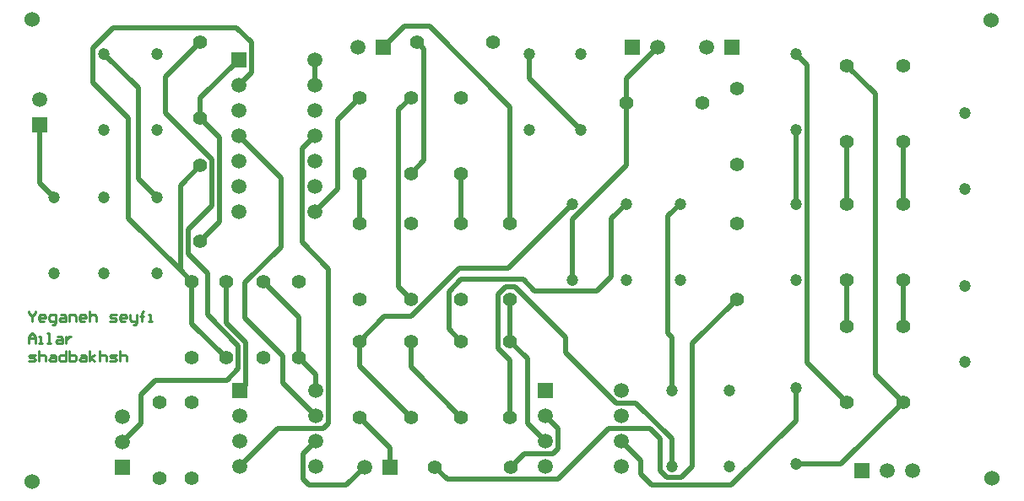
<source format=gtl>
G04*
G04 #@! TF.GenerationSoftware,Altium Limited,Altium Designer,22.6.1 (34)*
G04*
G04 Layer_Physical_Order=1*
G04 Layer_Color=255*
%FSLAX23Y23*%
%MOIN*%
G70*
G04*
G04 #@! TF.SameCoordinates,C87C71DA-0ECB-4DA1-9284-8B4E43F81947*
G04*
G04*
G04 #@! TF.FilePolarity,Positive*
G04*
G01*
G75*
%ADD11C,0.010*%
%ADD20C,0.020*%
%ADD21C,0.059*%
%ADD22R,0.059X0.059*%
%ADD23C,0.055*%
%ADD24C,0.059*%
%ADD25R,0.059X0.059*%
%ADD26C,0.047*%
%ADD27R,0.059X0.059*%
%ADD28C,0.060*%
D11*
X60Y742D02*
Y735D01*
X73Y722D01*
X87Y735D01*
Y742D01*
X73Y722D02*
Y702D01*
X120D02*
X107D01*
X100Y709D01*
Y722D01*
X107Y729D01*
X120D01*
X127Y722D01*
Y715D01*
X100D01*
X153Y689D02*
X160D01*
X167Y695D01*
Y729D01*
X147D01*
X140Y722D01*
Y709D01*
X147Y702D01*
X167D01*
X187Y729D02*
X200D01*
X207Y722D01*
Y702D01*
X187D01*
X180Y709D01*
X187Y715D01*
X207D01*
X220Y702D02*
Y729D01*
X240D01*
X247Y722D01*
Y702D01*
X280D02*
X267D01*
X260Y709D01*
Y722D01*
X267Y729D01*
X280D01*
X287Y722D01*
Y715D01*
X260D01*
X300Y742D02*
Y702D01*
Y722D01*
X307Y729D01*
X320D01*
X327Y722D01*
Y702D01*
X380D02*
X400D01*
X407Y709D01*
X400Y715D01*
X387D01*
X380Y722D01*
X387Y729D01*
X407D01*
X440Y702D02*
X427D01*
X420Y709D01*
Y722D01*
X427Y729D01*
X440D01*
X447Y722D01*
Y715D01*
X420D01*
X460Y729D02*
Y709D01*
X467Y702D01*
X487D01*
Y695D01*
X480Y689D01*
X473D01*
X487Y702D02*
Y729D01*
X507Y702D02*
Y735D01*
Y722D01*
X500D01*
X513D01*
X507D01*
Y735D01*
X513Y742D01*
X533Y702D02*
X547D01*
X540D01*
Y729D01*
X533D01*
X60Y617D02*
Y643D01*
X73Y657D01*
X87Y643D01*
Y617D01*
Y637D01*
X60D01*
X100Y617D02*
X113D01*
X107D01*
Y643D01*
X100D01*
X133Y617D02*
X147D01*
X140D01*
Y657D01*
X133D01*
X173Y643D02*
X187D01*
X193Y637D01*
Y617D01*
X173D01*
X167Y623D01*
X173Y630D01*
X193D01*
X207Y643D02*
Y617D01*
Y630D01*
X213Y637D01*
X220Y643D01*
X227D01*
X60Y545D02*
X80D01*
X87Y551D01*
X80Y558D01*
X67D01*
X60Y565D01*
X67Y571D01*
X87D01*
X100Y585D02*
Y545D01*
Y565D01*
X107Y571D01*
X120D01*
X127Y565D01*
Y545D01*
X147Y571D02*
X160D01*
X167Y565D01*
Y545D01*
X147D01*
X140Y551D01*
X147Y558D01*
X167D01*
X207Y585D02*
Y545D01*
X187D01*
X180Y551D01*
Y565D01*
X187Y571D01*
X207D01*
X220Y585D02*
Y545D01*
X240D01*
X247Y551D01*
Y558D01*
Y565D01*
X240Y571D01*
X220D01*
X267D02*
X280D01*
X287Y565D01*
Y545D01*
X267D01*
X260Y551D01*
X267Y558D01*
X287D01*
X300Y545D02*
Y585D01*
Y558D02*
X320Y571D01*
X300Y558D02*
X320Y545D01*
X340Y585D02*
Y545D01*
Y565D01*
X347Y571D01*
X360D01*
X367Y565D01*
Y545D01*
X380D02*
X400D01*
X407Y551D01*
X400Y558D01*
X387D01*
X380Y565D01*
X387Y571D01*
X407D01*
X420Y585D02*
Y545D01*
Y565D01*
X427Y571D01*
X440D01*
X447Y565D01*
Y545D01*
D20*
X1718Y821D02*
X1766Y869D01*
X1913Y811D02*
X1941Y839D01*
X1913Y596D02*
Y811D01*
Y596D02*
X1960Y548D01*
X2599Y130D02*
Y238D01*
X1960Y323D02*
Y548D01*
X2456Y380D02*
X2599Y238D01*
X2303Y823D02*
X2360Y881D01*
X2378Y380D02*
X2456D01*
X2360Y881D02*
Y1108D01*
X1766Y869D02*
X2012D01*
X1980Y839D02*
X2180Y639D01*
X2057Y823D02*
X2303D01*
X2180Y579D02*
X2378Y380D01*
X1941Y839D02*
X1980D01*
X2012Y869D02*
X2057Y823D01*
X2180Y579D02*
Y639D01*
X2029Y300D02*
Y555D01*
X3266Y138D02*
X3511Y382D01*
X2029Y300D02*
X2099Y230D01*
X3088Y138D02*
X3266D01*
X1960Y623D02*
X2029Y555D01*
X2349Y280D02*
X2514D01*
X2554Y240D01*
X2148Y79D02*
X2349Y280D01*
X2475Y101D02*
Y153D01*
X2520Y56D02*
X2833D01*
X2475Y101D02*
X2520Y56D01*
X1711Y79D02*
X2148D01*
X2399Y230D02*
X2475Y153D01*
X1663Y127D02*
X1711Y79D01*
X2129Y180D02*
X2149Y200D01*
X1963Y127D02*
X2015Y180D01*
X2149Y200D02*
Y280D01*
X2015Y180D02*
X2129D01*
X1188Y1637D02*
Y1737D01*
X3511Y682D02*
Y867D01*
X3290Y1167D02*
Y1412D01*
Y682D02*
Y867D01*
X3511Y1167D02*
Y1412D01*
X1960Y623D02*
Y791D01*
X1365Y1091D02*
Y1287D01*
X1766Y1091D02*
Y1287D01*
X3088Y1167D02*
Y1460D01*
X704Y694D02*
Y859D01*
Y694D02*
X840Y559D01*
X736Y1018D02*
X813Y1096D01*
Y1430D01*
X736Y1507D02*
X813Y1430D01*
X1064Y458D02*
X1192Y330D01*
X1064Y458D02*
Y565D01*
X913Y716D02*
X1064Y565D01*
X913Y716D02*
Y855D01*
X1055Y997D01*
Y1270D01*
X888Y1437D02*
X1055Y1270D01*
X1126Y559D02*
X1192Y493D01*
Y430D02*
Y493D01*
X1278Y1501D02*
X1365Y1587D01*
X1278Y1227D02*
Y1501D01*
X1188Y1137D02*
X1278Y1227D01*
X2419Y1566D02*
Y1662D01*
X2542Y1785D01*
X1485Y127D02*
Y203D01*
X1365Y323D02*
X1485Y203D01*
X736Y1507D02*
Y1585D01*
X888Y1737D01*
X2099Y330D02*
X2149Y280D01*
X658Y1241D02*
X736Y1318D01*
X658Y905D02*
Y1241D01*
X986Y859D02*
X1126Y719D01*
Y559D02*
Y719D01*
X888Y1637D02*
X938Y1687D01*
Y1805D01*
X880Y1863D02*
X938Y1805D01*
X392Y1863D02*
X880D01*
X313Y1784D02*
X392Y1863D01*
X313Y1647D02*
Y1784D01*
Y1647D02*
X453Y1507D01*
Y1110D02*
Y1507D01*
X892Y130D02*
X1042Y280D01*
X1222D01*
X1242Y300D01*
Y911D01*
X1138Y1015D02*
X1242Y911D01*
X1138Y1015D02*
Y1387D01*
X1188Y1437D01*
X1718Y672D02*
X1766Y623D01*
X1718Y672D02*
Y821D01*
X2360Y1108D02*
X2419Y1167D01*
X2206Y867D02*
Y1105D01*
X2419Y1318D01*
Y1566D01*
X1142Y180D02*
X1192Y230D01*
X1142Y80D02*
Y180D01*
Y80D02*
X1167Y55D01*
X1312D01*
X1385Y127D01*
X3088Y311D02*
Y438D01*
X2833Y56D02*
X3088Y311D01*
X1953Y914D02*
X2206Y1167D01*
X1760Y914D02*
X1953D01*
X1568Y722D02*
X1760Y914D01*
X1463Y722D02*
X1568D01*
X1365Y623D02*
X1463Y722D01*
X1960Y1091D02*
Y1550D01*
X1642Y1868D02*
X1960Y1550D01*
X1543Y1868D02*
X1642D01*
X1460Y1785D02*
X1543Y1868D01*
X357Y1760D02*
X491Y1626D01*
Y1266D02*
Y1626D01*
Y1266D02*
X565Y1192D01*
X102Y1249D02*
X159Y1192D01*
X102Y1249D02*
Y1480D01*
X2584Y1119D02*
X2632Y1167D01*
X2584Y656D02*
Y1119D01*
Y656D02*
X2599Y641D01*
Y430D02*
Y641D01*
X600Y1671D02*
X736Y1807D01*
X600Y1526D02*
Y1671D01*
Y1526D02*
X783Y1343D01*
Y1161D02*
Y1343D01*
X688Y1066D02*
X783Y1161D01*
X688Y971D02*
Y1066D01*
Y971D02*
X765Y894D01*
Y728D02*
Y894D01*
Y728D02*
X887Y606D01*
Y516D02*
Y606D01*
X842Y471D02*
X887Y516D01*
X560Y471D02*
X842D01*
X503Y414D02*
X560Y471D01*
X503Y301D02*
Y414D01*
X429Y227D02*
X503Y301D01*
X840Y696D02*
Y859D01*
Y696D02*
X917Y619D01*
Y449D02*
Y619D01*
X892Y430D02*
Y449D01*
X1520Y1539D02*
X1568Y1587D01*
X1520Y839D02*
Y1539D01*
Y839D02*
X1568Y791D01*
X2554Y112D02*
Y240D01*
Y112D02*
X2580Y86D01*
X2636D01*
X2680Y130D01*
Y616D01*
X2855Y791D01*
X1568Y522D02*
X1766Y323D01*
X1568Y522D02*
Y623D01*
X1593Y1805D02*
X1620Y1778D01*
Y1339D02*
Y1778D01*
X1568Y1287D02*
X1620Y1339D01*
X3401Y492D02*
X3511Y382D01*
X3401Y492D02*
Y1602D01*
X3290Y1712D02*
X3401Y1602D01*
X3132Y541D02*
X3290Y382D01*
X3132Y541D02*
Y1716D01*
X3088Y1760D02*
X3132Y1716D01*
X2036Y1663D02*
X2239Y1460D01*
X2036Y1663D02*
Y1760D01*
X1365Y527D02*
X1568Y323D01*
X1365Y527D02*
Y623D01*
X892Y449D02*
X917D01*
X453Y1110D02*
X658Y905D01*
X704Y859D01*
D21*
X2399Y130D02*
D03*
Y230D02*
D03*
Y330D02*
D03*
Y430D02*
D03*
X2099Y130D02*
D03*
Y230D02*
D03*
Y330D02*
D03*
X1188Y1637D02*
D03*
X888D02*
D03*
Y1537D02*
D03*
Y1437D02*
D03*
Y1337D02*
D03*
Y1237D02*
D03*
Y1137D02*
D03*
X1188Y1737D02*
D03*
Y1537D02*
D03*
Y1437D02*
D03*
Y1137D02*
D03*
Y1337D02*
D03*
Y1237D02*
D03*
X892Y130D02*
D03*
X1192Y330D02*
D03*
Y130D02*
D03*
X892Y230D02*
D03*
Y330D02*
D03*
X1192Y230D02*
D03*
Y430D02*
D03*
D22*
X2099D02*
D03*
X888Y1737D02*
D03*
X892Y430D02*
D03*
D23*
X2855Y1322D02*
D03*
Y1622D02*
D03*
X1663Y127D02*
D03*
X1963D02*
D03*
X2719Y1566D02*
D03*
X2419D02*
D03*
X1365Y1287D02*
D03*
Y1091D02*
D03*
X1766Y1587D02*
D03*
X1365D02*
D03*
X1568Y1091D02*
D03*
X3511Y1712D02*
D03*
X1960Y1091D02*
D03*
X1766Y623D02*
D03*
X1365Y791D02*
D03*
X1960Y323D02*
D03*
X1766Y791D02*
D03*
X704Y859D02*
D03*
X736Y1318D02*
D03*
X840Y559D02*
D03*
X986D02*
D03*
X736Y1018D02*
D03*
Y1507D02*
D03*
X575Y382D02*
D03*
X704D02*
D03*
X575Y82D02*
D03*
X704Y559D02*
D03*
X1568Y323D02*
D03*
X1365Y623D02*
D03*
X1893Y1805D02*
D03*
X2855Y1091D02*
D03*
X3290Y382D02*
D03*
Y1712D02*
D03*
X3511Y382D02*
D03*
X1365Y323D02*
D03*
X1593Y1805D02*
D03*
X1568Y1287D02*
D03*
X1766Y323D02*
D03*
X1568Y623D02*
D03*
X1766Y1287D02*
D03*
Y1091D02*
D03*
X1960Y791D02*
D03*
Y623D02*
D03*
X3511Y1412D02*
D03*
Y1167D02*
D03*
X3290Y682D02*
D03*
Y867D02*
D03*
X2855Y791D02*
D03*
X1568Y1587D02*
D03*
Y791D02*
D03*
X3290Y1167D02*
D03*
Y1412D02*
D03*
X3511Y682D02*
D03*
Y867D02*
D03*
X704Y82D02*
D03*
X840Y859D02*
D03*
X1126D02*
D03*
X986D02*
D03*
X1126Y559D02*
D03*
X736Y1807D02*
D03*
D24*
X3449Y113D02*
D03*
X3549D02*
D03*
X2735Y1785D02*
D03*
X102Y1580D02*
D03*
X2542Y1785D02*
D03*
X1360D02*
D03*
X1385Y127D02*
D03*
X429Y327D02*
D03*
Y227D02*
D03*
D25*
X3349Y113D02*
D03*
X1460Y1785D02*
D03*
X2442D02*
D03*
X2835D02*
D03*
X1485Y127D02*
D03*
D26*
X2599Y430D02*
D03*
Y130D02*
D03*
X3088Y438D02*
D03*
Y138D02*
D03*
X2825Y430D02*
D03*
Y130D02*
D03*
X2036Y1460D02*
D03*
X565Y1192D02*
D03*
X357Y1760D02*
D03*
X3088Y867D02*
D03*
X2206D02*
D03*
X2419Y1167D02*
D03*
X3757Y1525D02*
D03*
X2632Y1167D02*
D03*
X159Y1192D02*
D03*
X357D02*
D03*
X159Y892D02*
D03*
X3757Y1225D02*
D03*
X357Y892D02*
D03*
X2419Y867D02*
D03*
X565Y892D02*
D03*
X2632Y867D02*
D03*
X357Y1460D02*
D03*
X565D02*
D03*
Y1760D02*
D03*
X2206Y1167D02*
D03*
X2239Y1460D02*
D03*
X2036Y1760D02*
D03*
X2239D02*
D03*
X3088Y1167D02*
D03*
Y1460D02*
D03*
Y1760D02*
D03*
X3757Y544D02*
D03*
Y844D02*
D03*
D27*
X102Y1480D02*
D03*
X429Y127D02*
D03*
D28*
X3858Y1892D02*
D03*
X74Y1897D02*
D03*
X72Y70D02*
D03*
X3863Y83D02*
D03*
M02*

</source>
